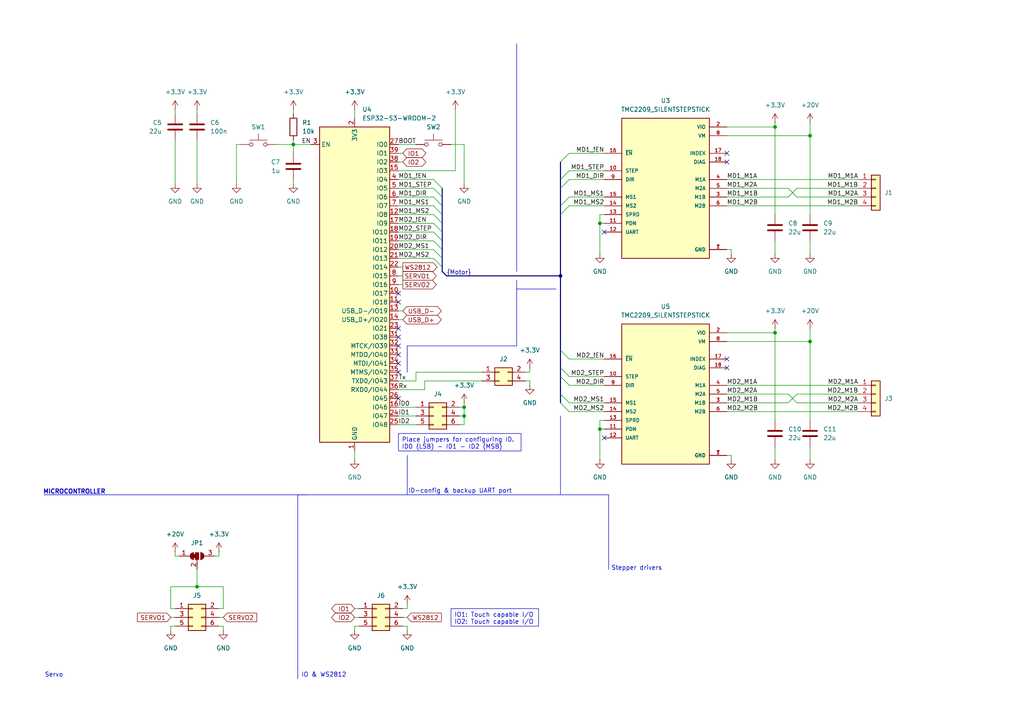
<source format=kicad_sch>
(kicad_sch (version 20231120) (generator "eeschema") (generator_version "8.0")
  (paper "A4")
  (title_block (title "Main Sheet") (date "2025-04-08") (rev "1.0") (comment 1 "Main sheet containing everything apart from the power supply") (comment 2 "Stepper drivers: TMC2209") (comment 3 "IO1 & IO2: Touch input capable pins. For run-out and \"saw-stop\"") (comment 4 "WS2812: Output for WS2812 LEDs") (comment 5 "Servo: Servo outputs. Configurable for 20V and 3V3 servos") (comment 6 "ID: ID for configuring device ID. "))
  (lib_symbols
    (symbol "Connector_Generic:Conn_01x04" (pin_names (offset 1.016) hide)
      (property "Reference" "J" (at 0 5.08 0))
      (property "Value" "Conn_01x04" (at 0 -7.62 0))
      (symbol "Conn_01x04_1_1"
        (rectangle (start -1.27 -4.953) (end 0 -5.207) (stroke (width 0.1524)))
        (rectangle (start -1.27 -2.413) (end 0 -2.667) (stroke (width 0.1524)))
        (rectangle (start -1.27 0.127) (end 0 -0.127) (stroke (width 0.1524)))
        (rectangle (start -1.27 2.667) (end 0 2.413) (stroke (width 0.1524)))
        (rectangle (start -1.27 3.81) (end 1.27 -6.35) (stroke (width 0.254)) (fill (type background)))
        (pin passive line (at -5.08 2.54 0) (length 3.81) (name "Pin_1") (number "1"))
        (pin passive line (at -5.08 0 0) (length 3.81) (name "Pin_2") (number "2"))
        (pin passive line (at -5.08 -2.54 0) (length 3.81) (name "Pin_3") (number "3"))
        (pin passive line (at -5.08 -5.08 0) (length 3.81) (name "Pin_4") (number "4"))
      )
    )
    (symbol "Connector_Generic:Conn_02x02_Odd_Even" (pin_names (offset 1.016) hide)
      (property "Reference" "J" (at 1.27 2.54 0))
      (property "Value" "Conn_02x02_Odd_Even" (at 1.27 -5.08 0))
      (symbol "Conn_02x02_Odd_Even_1_1"
        (rectangle (start -1.27 -2.413) (end 0 -2.667) (stroke (width 0.1524)))
        (rectangle (start -1.27 0.127) (end 0 -0.127) (stroke (width 0.1524)))
        (rectangle (start -1.27 1.27) (end 3.81 -3.81) (stroke (width 0.254)) (fill (type background)))
        (rectangle (start 3.81 -2.413) (end 2.54 -2.667) (stroke (width 0.1524)))
        (rectangle (start 3.81 0.127) (end 2.54 -0.127) (stroke (width 0.1524)))
        (pin passive line (at -5.08 0 0) (length 3.81) (name "Pin_1") (number "1"))
        (pin passive line (at 7.62 0 180) (length 3.81) (name "Pin_2") (number "2"))
        (pin passive line (at -5.08 -2.54 0) (length 3.81) (name "Pin_3") (number "3"))
        (pin passive line (at 7.62 -2.54 180) (length 3.81) (name "Pin_4") (number "4"))
      )
    )
    (symbol "Connector_Generic:Conn_02x03_Odd_Even" (pin_names (offset 1.016) hide)
      (property "Reference" "J" (at 1.27 5.08 0))
      (property "Value" "Conn_02x03_Odd_Even" (at 1.27 -5.08 0))
      (symbol "Conn_02x03_Odd_Even_1_1"
        (rectangle (start -1.27 -2.413) (end 0 -2.667) (stroke (width 0.1524)))
        (rectangle (start -1.27 0.127) (end 0 -0.127) (stroke (width 0.1524)))
        (rectangle (start -1.27 2.667) (end 0 2.413) (stroke (width 0.1524)))
        (rectangle (start -1.27 3.81) (end 3.81 -3.81) (stroke (width 0.254)) (fill (type background)))
        (rectangle (start 3.81 -2.413) (end 2.54 -2.667) (stroke (width 0.1524)))
        (rectangle (start 3.81 0.127) (end 2.54 -0.127) (stroke (width 0.1524)))
        (rectangle (start 3.81 2.667) (end 2.54 2.413) (stroke (width 0.1524)))
        (pin passive line (at -5.08 2.54 0) (length 3.81) (name "Pin_1") (number "1"))
        (pin passive line (at 7.62 2.54 180) (length 3.81) (name "Pin_2") (number "2"))
        (pin passive line (at -5.08 0 0) (length 3.81) (name "Pin_3") (number "3"))
        (pin passive line (at 7.62 0 180) (length 3.81) (name "Pin_4") (number "4"))
        (pin passive line (at -5.08 -2.54 0) (length 3.81) (name "Pin_5") (number "5"))
        (pin passive line (at 7.62 -2.54 180) (length 3.81) (name "Pin_6") (number "6"))
      )
    )
    (symbol "Device:C" (pin_numbers hide) (pin_names (offset 0.254))
      (property "Reference" "C" (at 0.635 2.54 0))
      (property "Value" "C" (at 0.635 -2.54 0))
      (symbol "C_0_1"
        (polyline (pts (xy -2.032 -0.762) (xy 2.032 -0.762)) (stroke (width 0.508)))
        (polyline (pts (xy -2.032 0.762) (xy 2.032 0.762)) (stroke (width 0.508)))
      )
      (symbol "C_1_1"
        (pin passive line (at 0 3.81 270) (length 2.794) (name "~") (number "1"))
        (pin passive line (at 0 -3.81 90) (length 2.794) (name "~") (number "2"))
      )
    )
    (symbol "Device:R" (pin_numbers hide) (pin_names (offset 0))
      (property "Reference" "R" (at 2.032 0 90))
      (property "Value" "R" (at 0 0 90))
      (symbol "R_0_1"
        (rectangle (start -1.016 -2.54) (end 1.016 2.54) (stroke (width 0.254)))
      )
      (symbol "R_1_1"
        (pin passive line (at 0 3.81 270) (length 1.27) (name "~") (number "1"))
        (pin passive line (at 0 -3.81 90) (length 1.27) (name "~") (number "2"))
      )
    )
    (symbol "Jumper:SolderJumper_3_Bridged12" (pin_names (offset 0) hide) (exclude_from_sim yes) (in_bom no)
      (property "Reference" "JP" (at -2.54 -2.54 0))
      (property "Value" "SolderJumper_3_Bridged12" (at 0 2.794 0))
      (symbol "SolderJumper_3_Bridged12_0_1"
        (rectangle (start -1.016 0.508) (end -0.508 -0.508) (fill (type outline)))
        (arc (start -1.016 1.016) (mid -2.0276 0) (end -1.016 -1.016))
        (arc (start -1.016 1.016) (mid -2.0276 0) (end -1.016 -1.016) (fill (type outline)))
        (rectangle (start -0.508 1.016) (end 0.508 -1.016) (fill (type outline)))
        (polyline (pts (xy -2.54 0) (xy -2.032 0)))
        (polyline (pts (xy -1.016 1.016) (xy -1.016 -1.016)))
        (polyline (pts (xy 0 -1.27) (xy 0 -1.016)))
        (polyline (pts (xy 1.016 1.016) (xy 1.016 -1.016)))
        (polyline (pts (xy 2.54 0) (xy 2.032 0)))
        (arc (start 1.016 -1.016) (mid 2.0276 0) (end 1.016 1.016))
        (arc (start 1.016 -1.016) (mid 2.0276 0) (end 1.016 1.016) (fill (type outline)))
      )
      (symbol "SolderJumper_3_Bridged12_1_1"
        (pin passive line (at -5.08 0 0) (length 2.54) (name "A") (number "1"))
        (pin passive line (at 0 -3.81 90) (length 2.54) (name "C") (number "2"))
        (pin passive line (at 5.08 0 180) (length 2.54) (name "B") (number "3"))
      )
    )
    (symbol "RF_Module:ESP32-S3-WROOM-2"
      (property "Reference" "U" (at -10.16 45.72 0))
      (property "Value" "ESP32-S3-WROOM-2" (at 2.54 45.72 0))
      (symbol "ESP32-S3-WROOM-2_0_1"
        (rectangle (start -10.16 45.72) (end 10.16 -45.72) (stroke (width 0.254)) (fill (type background)))
      )
      (symbol "ESP32-S3-WROOM-2_1_1"
        (pin power_in line (at 0 -48.26 90) (length 2.54) (name "GND") (number "1"))
        (pin bidirectional line (at 12.7 -2.54 180) (length 2.54) (name "IO17") (number "10"))
        (pin bidirectional line (at 12.7 -5.08 180) (length 2.54) (name "IO18") (number "11"))
        (pin bidirectional line (at 12.7 20.32 180) (length 2.54) (name "IO8") (number "12"))
        (pin bidirectional line (at 12.7 -7.62 180) (length 2.54) (name "USB_D-/IO19") (number "13"))
        (pin bidirectional line (at 12.7 -10.16 180) (length 2.54) (name "USB_D+/IO20") (number "14"))
        (pin bidirectional line (at 12.7 33.02 180) (length 2.54) (name "IO3") (number "15"))
        (pin bidirectional line (at 12.7 -35.56 180) (length 2.54) (name "IO46") (number "16"))
        (pin bidirectional line (at 12.7 17.78 180) (length 2.54) (name "IO9") (number "17"))
        (pin bidirectional line (at 12.7 15.24 180) (length 2.54) (name "IO10") (number "18"))
        (pin bidirectional line (at 12.7 12.7 180) (length 2.54) (name "IO11") (number "19"))
        (pin power_in line (at 0 48.26 270) (length 2.54) (name "3V3") (number "2"))
        (pin bidirectional line (at 12.7 10.16 180) (length 2.54) (name "IO12") (number "20"))
        (pin bidirectional line (at 12.7 7.62 180) (length 2.54) (name "IO13") (number "21"))
        (pin bidirectional line (at 12.7 5.08 180) (length 2.54) (name "IO14") (number "22"))
        (pin bidirectional line (at 12.7 -12.7 180) (length 2.54) (name "IO21") (number "23"))
        (pin bidirectional line (at 12.7 -38.1 180) (length 2.54) (name "IO47") (number "24"))
        (pin bidirectional line (at 12.7 -40.64 180) (length 2.54) (name "IO48") (number "25"))
        (pin bidirectional line (at 12.7 -33.02 180) (length 2.54) (name "IO45") (number "26"))
        (pin bidirectional line (at 12.7 40.64 180) (length 2.54) (name "IO0") (number "27"))
        (pin no_connect line (at -10.16 -35.56 0) (length 2.54) hide (name "NC") (number "28"))
        (pin no_connect line (at -10.16 -38.1 0) (length 2.54) hide (name "NC") (number "29"))
        (pin input line (at -12.7 40.64 0) (length 2.54) (name "EN") (number "3"))
        (pin no_connect line (at -10.16 -40.64 0) (length 2.54) hide (name "NC") (number "30"))
        (pin bidirectional line (at 12.7 -15.24 180) (length 2.54) (name "IO38") (number "31"))
        (pin bidirectional line (at 12.7 -17.78 180) (length 2.54) (name "MTCK/IO39") (number "32"))
        (pin bidirectional line (at 12.7 -20.32 180) (length 2.54) (name "MTDO/IO40") (number "33"))
        (pin bidirectional line (at 12.7 -22.86 180) (length 2.54) (name "MTDI/IO41") (number "34"))
        (pin bidirectional line (at 12.7 -25.4 180) (length 2.54) (name "MTMS/IO42") (number "35"))
        (pin bidirectional line (at 12.7 -30.48 180) (length 2.54) (name "RXD0/IO44") (number "36"))
        (pin bidirectional line (at 12.7 -27.94 180) (length 2.54) (name "TXD0/IO43") (number "37"))
        (pin bidirectional line (at 12.7 35.56 180) (length 2.54) (name "IO2") (number "38"))
        (pin bidirectional line (at 12.7 38.1 180) (length 2.54) (name "IO1") (number "39"))
        (pin bidirectional line (at 12.7 30.48 180) (length 2.54) (name "IO4") (number "4"))
        (pin passive line (at 0 -48.26 90) (length 2.54) hide (name "GND") (number "40"))
        (pin passive line (at 0 -48.26 90) (length 2.54) hide (name "GND") (number "41"))
        (pin bidirectional line (at 12.7 27.94 180) (length 2.54) (name "IO5") (number "5"))
        (pin bidirectional line (at 12.7 25.4 180) (length 2.54) (name "IO6") (number "6"))
        (pin bidirectional line (at 12.7 22.86 180) (length 2.54) (name "IO7") (number "7"))
        (pin bidirectional line (at 12.7 2.54 180) (length 2.54) (name "IO15") (number "8"))
        (pin bidirectional line (at 12.7 0 180) (length 2.54) (name "IO16") (number "9"))
      )
    )
    (symbol "Switch:SW_Push" (pin_numbers hide) (pin_names (offset 1.016) hide)
      (property "Reference" "SW" (at 1.27 2.54 0))
      (property "Value" "SW_Push" (at 0 -1.524 0))
      (symbol "SW_Push_0_1"
        (circle (center -2.032 0) (radius 0.508))
        (polyline (pts (xy 0 1.27) (xy 0 3.048)))
        (polyline (pts (xy 2.54 1.27) (xy -2.54 1.27)))
        (circle (center 2.032 0) (radius 0.508))
        (pin passive line (at -5.08 0 0) (length 2.54) (name "1") (number "1"))
        (pin passive line (at 5.08 0 180) (length 2.54) (name "2") (number "2"))
      )
    )
    (symbol "TMC2209_SILENTSTEPSTICK:TMC2209_SILENTSTEPSTICK" (pin_names (offset 1.016))
      (property "Reference" "U" (at -12.7 22.86 0))
      (property "Value" "TMC2209_SILENTSTEPSTICK" (at -12.7 -22.86 0))
      (symbol "TMC2209_SILENTSTEPSTICK_0_0"
        (rectangle (start -12.7 -20.32) (end 12.7 20.32) (stroke (width 0.254)) (fill (type background)))
        (pin power_in line (at 17.78 -17.78 180) (length 5.08) (name "GND") (number "1"))
        (pin input line (at -17.78 5.08 0) (length 5.08) (name "STEP") (number "10"))
        (pin bidirectional line (at -17.78 -10.16 0) (length 5.08) (name "PDN") (number "11"))
        (pin bidirectional line (at -17.78 -12.7 0) (length 5.08) (name "UART") (number "12"))
        (pin input line (at -17.78 -7.62 0) (length 5.08) (name "SPRD") (number "13"))
        (pin input line (at -17.78 -5.08 0) (length 5.08) (name "MS2") (number "14"))
        (pin input line (at -17.78 -2.54 0) (length 5.08) (name "MS1") (number "15"))
        (pin input line (at -17.78 10.16 0) (length 5.08) (name "~{EN}") (number "16"))
        (pin output line (at 17.78 10.16 180) (length 5.08) (name "INDEX") (number "17"))
        (pin output line (at 17.78 7.62 180) (length 5.08) (name "DIAG") (number "18"))
        (pin power_in line (at 17.78 17.78 180) (length 5.08) (name "VIO") (number "2"))
        (pin output line (at 17.78 -2.54 180) (length 5.08) (name "M1B") (number "3"))
        (pin output line (at 17.78 2.54 180) (length 5.08) (name "M1A") (number "4"))
        (pin output line (at 17.78 0 180) (length 5.08) (name "M2A") (number "5"))
        (pin output line (at 17.78 -5.08 180) (length 5.08) (name "M2B") (number "6"))
        (pin power_in line (at 17.78 -17.78 180) (length 5.08) (name "GND") (number "7"))
        (pin power_in line (at 17.78 15.24 180) (length 5.08) (name "VM") (number "8"))
        (pin input line (at -17.78 2.54 0) (length 5.08) (name "DIR") (number "9"))
      )
    )
    (symbol "power:+3.3V" (power) (pin_numbers hide) (pin_names (offset 0) hide)
      (property "Value" "+3.3V" (at 0 3.556 0))
      (symbol "+3.3V_0_1"
        (polyline (pts (xy -0.762 1.27) (xy 0 2.54)))
        (polyline (pts (xy 0 0) (xy 0 2.54)))
        (polyline (pts (xy 0 2.54) (xy 0.762 1.27)))
      )
      (symbol "+3.3V_1_1"
        (pin power_in line (at 0 0 90) (length 0) (name "~") (number "1"))
      )
    )
    (symbol "power:GND" (power) (pin_numbers hide) (pin_names (offset 0) hide)
      (property "Value" "GND" (at 0 -3.81 0))
      (symbol "GND_0_1"
        (polyline (pts (xy 0 0) (xy 0 -1.27) (xy 1.27 -1.27) (xy 0 -2.54) (xy -1.27 -1.27) (xy 0 -1.27)))
      )
      (symbol "GND_1_1"
        (pin power_in line (at 0 0 270) (length 0) (name "~") (number "1"))
      )
    )
    (symbol "power:VCC" (power) (pin_numbers hide) (pin_names (offset 0) hide)
      (property "Value" "VCC" (at 0 3.556 0))
      (symbol "VCC_0_1"
        (polyline (pts (xy -0.762 1.27) (xy 0 2.54)))
        (polyline (pts (xy 0 0) (xy 0 2.54)))
        (polyline (pts (xy 0 2.54) (xy 0.762 1.27)))
      )
      (symbol "VCC_1_1"
        (pin power_in line (at 0 0 90) (length 0) (name "~") (number "1"))
      )
    )
  )
  (bus_alias "Motor" (members "MD1_!EN" "MD1_STEP" "MD1_DIR" "MD1_MS1" "MD1_MS2" "MD2_!EN" "MD2_STEP" "MD2_DIR" "MD2_MS1" "MD2_MS2"))
  (junction (at 162.56 80.01))
  (junction (at 224.79 36.83))
  (junction (at 173.99 124.46))
  (junction (at 173.99 64.77))
  (junction (at 234.95 39.37))
  (junction (at 57.15 170.18))
  (junction (at 134.62 120.65))
  (junction (at 224.79 96.52))
  (junction (at 134.62 118.11))
  (junction (at 234.95 99.06))
  (junction (at 85.09 41.91))
  (no_connect (at 210.82 44.45))
  (no_connect (at 115.57 87.63))
  (no_connect (at 115.57 107.95))
  (no_connect (at 115.57 115.57))
  (no_connect (at 210.82 106.68))
  (no_connect (at 210.82 104.14))
  (no_connect (at 115.57 100.33))
  (no_connect (at 210.82 46.99))
  (no_connect (at 115.57 95.25))
  (no_connect (at 115.57 102.87))
  (no_connect (at 175.26 127))
  (no_connect (at 115.57 97.79))
  (no_connect (at 115.57 105.41))
  (no_connect (at 175.26 67.31))
  (no_connect (at 115.57 85.09))
  (bus_entry (at 125.73 67.31) (size 2.54 2.54))
  (bus_entry (at 125.73 64.77) (size 2.54 2.54))
  (bus_entry (at 165.1 104.14) (size -2.54 -2.54))
  (bus_entry (at 125.73 74.93) (size 2.54 2.54))
  (bus_entry (at 125.73 62.23) (size 2.54 2.54))
  (bus_entry (at 162.56 52.07) (size 2.54 -2.54))
  (bus_entry (at 125.73 57.15) (size 2.54 2.54))
  (bus_entry (at 125.73 69.85) (size 2.54 2.54))
  (bus_entry (at 165.1 109.22) (size -2.54 -2.54))
  (bus_entry (at 125.73 59.69) (size 2.54 2.54))
  (bus_entry (at 165.1 111.76) (size -2.54 -2.54))
  (bus_entry (at 162.56 59.69) (size 2.54 -2.54))
  (bus_entry (at 162.56 54.61) (size 2.54 -2.54))
  (bus_entry (at 125.73 52.07) (size 2.54 2.54))
  (bus_entry (at 165.1 119.38) (size -2.54 -2.54))
  (bus_entry (at 125.73 72.39) (size 2.54 2.54))
  (bus_entry (at 162.56 46.99) (size 2.54 -2.54))
  (bus_entry (at 165.1 116.84) (size -2.54 -2.54))
  (bus_entry (at 125.73 54.61) (size 2.54 2.54))
  (bus_entry (at 162.56 62.23) (size 2.54 -2.54))
  (wire (pts (xy 231.14 57.15) (xy 228.6 54.61)))
  (wire (pts (xy 210.82 52.07) (xy 248.92 52.07)))
  (wire (pts (xy 231.14 54.61) (xy 248.92 54.61)))
  (wire (pts (xy 50.8 161.29) (xy 50.8 160.02)))
  (bus (pts (xy 128.27 54.61) (xy 128.27 57.15)))
  (bus (pts (xy 128.27 67.31) (xy 128.27 69.85)))
  (wire (pts (xy 120.65 107.95) (xy 139.7 107.95)))
  (wire (pts (xy 50.8 40.64) (xy 50.8 53.34)))
  (wire (pts (xy 234.95 39.37) (xy 234.95 62.23)))
  (wire (pts (xy 165.1 104.14) (xy 175.26 104.14)))
  (wire (pts (xy 134.62 120.65) (xy 134.62 118.11)))
  (wire (pts (xy 102.87 181.61) (xy 104.14 181.61)))
  (wire (pts (xy 210.82 39.37) (xy 234.95 39.37)))
  (wire (pts (xy 210.82 57.15) (xy 228.6 57.15)))
  (wire (pts (xy 115.57 90.17) (xy 116.84 90.17)))
  (wire (pts (xy 165.1 44.45) (xy 175.26 44.45)))
  (wire (pts (xy 118.11 176.53) (xy 118.11 175.26)))
  (wire (pts (xy 210.82 36.83) (xy 224.79 36.83)))
  (wire (pts (xy 231.14 116.84) (xy 248.92 116.84)))
  (wire (pts (xy 212.09 72.39) (xy 212.09 73.66)))
  (wire (pts (xy 80.01 41.91) (xy 85.09 41.91)))
  (wire (pts (xy 224.79 96.52) (xy 224.79 121.92)))
  (wire (pts (xy 85.09 41.91) (xy 90.17 41.91)))
  (wire (pts (xy 133.35 118.11) (xy 134.62 118.11)))
  (polyline (pts (xy 149.86 12.7) (xy 149.86 78.74)))
  (wire (pts (xy 85.09 52.07) (xy 85.09 53.34)))
  (polyline (pts (xy 118.11 100.33) (xy 149.86 100.33)))
  (wire (pts (xy 132.08 49.53) (xy 132.08 31.75)))
  (wire (pts (xy 115.57 41.91) (xy 120.65 41.91)))
  (wire (pts (xy 102.87 182.88) (xy 102.87 181.61)))
  (wire (pts (xy 231.14 114.3) (xy 248.92 114.3)))
  (wire (pts (xy 231.14 114.3) (xy 228.6 116.84)))
  (wire (pts (xy 173.99 64.77) (xy 173.99 73.66)))
  (wire (pts (xy 62.23 161.29) (xy 63.5 161.29)))
  (wire (pts (xy 210.82 96.52) (xy 224.79 96.52)))
  (polyline (pts (xy 118.11 132.08) (xy 118.11 143.51)))
  (wire (pts (xy 115.57 46.99) (xy 116.84 46.99)))
  (wire (pts (xy 224.79 36.83) (xy 224.79 62.23)))
  (bus (pts (xy 162.56 46.99) (xy 162.56 52.07)))
  (wire (pts (xy 64.77 181.61) (xy 63.5 181.61)))
  (bus (pts (xy 162.56 101.6) (xy 162.56 106.68)))
  (wire (pts (xy 224.79 96.52) (xy 224.79 95.25)))
  (wire (pts (xy 115.57 118.11) (xy 120.65 118.11)))
  (wire (pts (xy 173.99 64.77) (xy 175.26 64.77)))
  (wire (pts (xy 210.82 72.39) (xy 212.09 72.39)))
  (wire (pts (xy 175.26 121.92) (xy 173.99 121.92)))
  (bus (pts (xy 162.56 114.3) (xy 162.56 116.84)))
  (wire (pts (xy 234.95 129.54) (xy 234.95 133.35)))
  (wire (pts (xy 228.6 114.3) (xy 231.14 116.84)))
  (wire (pts (xy 165.1 116.84) (xy 175.26 116.84)))
  (wire (pts (xy 234.95 99.06) (xy 234.95 121.92)))
  (wire (pts (xy 49.53 170.18) (xy 57.15 170.18)))
  (polyline (pts (xy 118.11 143.51) (xy 176.53 143.51)))
  (wire (pts (xy 115.57 52.07) (xy 125.73 52.07)))
  (wire (pts (xy 133.35 120.65) (xy 134.62 120.65)))
  (wire (pts (xy 224.79 129.54) (xy 224.79 133.35)))
  (wire (pts (xy 133.35 123.19) (xy 134.62 123.19)))
  (bus (pts (xy 128.27 74.93) (xy 128.27 77.47)))
  (wire (pts (xy 228.6 57.15) (xy 231.14 54.61)))
  (wire (pts (xy 210.82 59.69) (xy 248.92 59.69)))
  (polyline (pts (xy 86.36 143.51) (xy 86.36 196.85)))
  (wire (pts (xy 115.57 113.03) (xy 123.19 113.03)))
  (wire (pts (xy 234.95 39.37) (xy 234.95 35.56)))
  (bus (pts (xy 128.27 57.15) (xy 128.27 59.69)))
  (wire (pts (xy 165.1 109.22) (xy 175.26 109.22)))
  (wire (pts (xy 115.57 77.47) (xy 116.84 77.47)))
  (wire (pts (xy 115.57 74.93) (xy 125.73 74.93)))
  (bus (pts (xy 162.56 59.69) (xy 162.56 62.23)))
  (wire (pts (xy 173.99 124.46) (xy 173.99 133.35)))
  (bus (pts (xy 128.27 69.85) (xy 128.27 72.39)))
  (bus (pts (xy 128.27 77.47) (xy 128.27 78.74)))
  (wire (pts (xy 231.14 57.15) (xy 248.92 57.15)))
  (wire (pts (xy 115.57 82.55) (xy 116.84 82.55)))
  (wire (pts (xy 52.07 161.29) (xy 50.8 161.29)))
  (polyline (pts (xy 162.56 120.65) (xy 162.56 143.51)))
  (wire (pts (xy 116.84 176.53) (xy 118.11 176.53)))
  (bus (pts (xy 162.56 80.01) (xy 162.56 101.6)))
  (wire (pts (xy 173.99 124.46) (xy 175.26 124.46)))
  (wire (pts (xy 234.95 69.85) (xy 234.95 73.66)))
  (wire (pts (xy 115.57 69.85) (xy 125.73 69.85)))
  (bus (pts (xy 162.56 106.68) (xy 162.56 109.22)))
  (wire (pts (xy 210.82 99.06) (xy 234.95 99.06)))
  (wire (pts (xy 165.1 52.07) (xy 175.26 52.07)))
  (wire (pts (xy 115.57 110.49) (xy 120.65 110.49)))
  (wire (pts (xy 63.5 176.53) (xy 64.77 176.53)))
  (wire (pts (xy 152.4 110.49) (xy 153.67 110.49)))
  (wire (pts (xy 49.53 181.61) (xy 50.8 181.61)))
  (wire (pts (xy 49.53 176.53) (xy 49.53 170.18)))
  (wire (pts (xy 224.79 36.83) (xy 224.79 35.56)))
  (wire (pts (xy 85.09 41.91) (xy 85.09 44.45)))
  (wire (pts (xy 102.87 179.07) (xy 104.14 179.07)))
  (wire (pts (xy 210.82 116.84) (xy 228.6 116.84)))
  (wire (pts (xy 115.57 120.65) (xy 120.65 120.65)))
  (wire (pts (xy 102.87 176.53) (xy 104.14 176.53)))
  (bus (pts (xy 129.54 80.01) (xy 162.56 80.01)))
  (wire (pts (xy 115.57 67.31) (xy 125.73 67.31)))
  (wire (pts (xy 115.57 62.23) (xy 125.73 62.23)))
  (bus (pts (xy 128.27 62.23) (xy 128.27 64.77)))
  (wire (pts (xy 134.62 41.91) (xy 134.62 53.34)))
  (wire (pts (xy 68.58 41.91) (xy 69.85 41.91)))
  (wire (pts (xy 50.8 31.75) (xy 50.8 33.02)))
  (wire (pts (xy 64.77 170.18) (xy 57.15 170.18)))
  (wire (pts (xy 115.57 64.77) (xy 125.73 64.77)))
  (wire (pts (xy 130.81 41.91) (xy 134.62 41.91)))
  (wire (pts (xy 153.67 110.49) (xy 153.67 111.76)))
  (bus (pts (xy 128.27 72.39) (xy 128.27 74.93)))
  (wire (pts (xy 115.57 72.39) (xy 125.73 72.39)))
  (wire (pts (xy 57.15 31.75) (xy 57.15 33.02)))
  (wire (pts (xy 210.82 119.38) (xy 248.92 119.38)))
  (wire (pts (xy 210.82 114.3) (xy 228.6 114.3)))
  (wire (pts (xy 165.1 119.38) (xy 175.26 119.38)))
  (wire (pts (xy 153.67 107.95) (xy 153.67 106.68)))
  (wire (pts (xy 210.82 111.76) (xy 248.92 111.76)))
  (wire (pts (xy 115.57 57.15) (xy 125.73 57.15)))
  (wire (pts (xy 165.1 49.53) (xy 175.26 49.53)))
  (bus (pts (xy 162.56 62.23) (xy 162.56 80.01)))
  (wire (pts (xy 115.57 44.45) (xy 116.84 44.45)))
  (wire (pts (xy 116.84 181.61) (xy 118.11 181.61)))
  (wire (pts (xy 57.15 40.64) (xy 57.15 53.34)))
  (wire (pts (xy 234.95 99.06) (xy 234.95 95.25)))
  (wire (pts (xy 118.11 181.61) (xy 118.11 182.88)))
  (wire (pts (xy 173.99 121.92) (xy 173.99 124.46)))
  (wire (pts (xy 102.87 130.81) (xy 102.87 133.35)))
  (wire (pts (xy 115.57 123.19) (xy 120.65 123.19)))
  (wire (pts (xy 123.19 110.49) (xy 139.7 110.49)))
  (bus (pts (xy 162.56 109.22) (xy 162.56 114.3)))
  (wire (pts (xy 210.82 132.08) (xy 212.09 132.08)))
  (polyline (pts (xy 176.53 143.51) (xy 176.53 165.1)))
  (wire (pts (xy 173.99 62.23) (xy 173.99 64.77)))
  (bus (pts (xy 162.56 54.61) (xy 162.56 59.69)))
  (wire (pts (xy 63.5 179.07) (xy 64.77 179.07)))
  (wire (pts (xy 224.79 69.85) (xy 224.79 73.66)))
  (wire (pts (xy 116.84 179.07) (xy 118.11 179.07)))
  (wire (pts (xy 165.1 57.15) (xy 175.26 57.15)))
  (wire (pts (xy 68.58 53.34) (xy 68.58 41.91)))
  (wire (pts (xy 57.15 170.18) (xy 57.15 165.1)))
  (wire (pts (xy 120.65 110.49) (xy 120.65 107.95)))
  (wire (pts (xy 85.09 31.75) (xy 85.09 33.02)))
  (wire (pts (xy 115.57 54.61) (xy 125.73 54.61)))
  (wire (pts (xy 210.82 54.61) (xy 228.6 54.61)))
  (wire (pts (xy 134.62 123.19) (xy 134.62 120.65)))
  (polyline (pts (xy 86.36 143.51) (xy 88.9 143.51)))
  (wire (pts (xy 50.8 176.53) (xy 49.53 176.53)))
  (wire (pts (xy 152.4 107.95) (xy 153.67 107.95)))
  (wire (pts (xy 123.19 113.03) (xy 123.19 110.49)))
  (bus (pts (xy 128.27 64.77) (xy 128.27 67.31)))
  (wire (pts (xy 102.87 31.75) (xy 102.87 34.29)))
  (wire (pts (xy 64.77 176.53) (xy 64.77 170.18)))
  (wire (pts (xy 49.53 182.88) (xy 49.53 181.61)))
  (polyline (pts (xy 149.86 81.28) (xy 149.86 100.33)))
  (polyline (pts (xy 149.86 83.82) (xy 161.29 83.82)))
  (wire (pts (xy 63.5 161.29) (xy 63.5 160.02)))
  (bus (pts (xy 162.56 52.07) (xy 162.56 54.61)))
  (wire (pts (xy 212.09 132.08) (xy 212.09 133.35)))
  (wire (pts (xy 115.57 80.01) (xy 116.84 80.01)))
  (wire (pts (xy 49.53 179.07) (xy 50.8 179.07)))
  (bus (pts (xy 128.27 59.69) (xy 128.27 62.23)))
  (wire (pts (xy 115.57 49.53) (xy 132.08 49.53)))
  (polyline (pts (xy 118.11 100.33) (xy 118.11 107.95)))
  (wire (pts (xy 134.62 118.11) (xy 134.62 116.84)))
  (wire (pts (xy 175.26 62.23) (xy 173.99 62.23)))
  (wire (pts (xy 165.1 111.76) (xy 175.26 111.76)))
  (wire (pts (xy 115.57 92.71) (xy 116.84 92.71)))
  (polyline (pts (xy 12.7 143.51) (xy 118.11 143.51)))
  (wire (pts (xy 85.09 40.64) (xy 85.09 41.91)))
  (wire (pts (xy 115.57 59.69) (xy 125.73 59.69)))
  (wire (pts (xy 64.77 182.88) (xy 64.77 181.61)))
  (wire (pts (xy 165.1 59.69) (xy 175.26 59.69)))
  (bus (pts (xy 128.27 78.74) (xy 129.54 80.01)))
  (text_box "IO1: Touch capable I/O\nIO2: Touch capable I/O" (at 130.81 176.53 0) (size 25.4 5.08) (effects (font (size 1.27 1.27)) (justify left top)))
  (text_box "Place jumpers for configuring ID. \nID0 (LSB) - ID1 - ID2 (MSB)" (at 115.57 125.73 0) (size 35.56 5.08) (effects (font (size 1.27 1.27)) (justify left top)))
  (text "IO & WS2812" (at 87.376 195.834 0) (effects (font (size 1.27 1.27)) (justify left)))
  (text "Stepper drivers" (at 177.292 164.846 0) (effects (font (size 1.27 1.27)) (justify left)))
  (text "Servo" (at 12.954 195.834 0) (effects (font (size 1.27 1.27)) (justify left)))
  (text "ID-config & backup UART port" (at 118.364 142.494 0) (effects (font (size 1.27 1.27)) (justify left)))
  (text "MICROCONTROLLER" (at 12.446 142.748 0) (effects (font (size 1.27 1.27) (thickness 0.254) (bold yes)) (justify left)))
  (label "MD2_!EN" (at 115.57 64.77 0))
  (label "MD2_MS2" (at 175.26 119.38 180))
  (label "MD1_!EN" (at 115.57 52.07 0))
  (label "MD2_DIR" (at 175.26 111.76 180))
  (label "MD1_DIR" (at 175.26 52.07 180))
  (label "MD2_M2A" (at 248.92 116.84 180))
  (label "MD2_M2B" (at 248.92 119.38 180))
  (label "MD1_M2B" (at 210.82 59.69 0))
  (label "MD1_MS1" (at 115.57 59.69 0))
  (label "{Motor}" (at 129.54 80.01 0))
  (label "MD1_DIR" (at 115.57 57.15 0))
  (label "Tx" (at 115.57 110.49 0))
  (label "MD2_MS1" (at 115.57 72.39 0))
  (label "MD2_M1B" (at 210.82 116.84 0))
  (label "MD1_M1A" (at 210.82 52.07 0))
  (label "EN" (at 90.17 41.91 180))
  (label "MD1_M2B" (at 248.92 59.69 180))
  (label "MD2_!EN" (at 175.26 104.14 180))
  (label "MD1_MS2" (at 115.57 62.23 0))
  (label "BOOT" (at 115.57 41.91 0))
  (label "MD1_MS2" (at 175.26 59.69 180))
  (label "MD2_MS1" (at 175.26 116.84 180))
  (label "MD1_M1B" (at 210.82 57.15 0))
  (label "MD2_M2A" (at 210.82 114.3 0))
  (label "MD1_M1B" (at 248.92 54.61 180))
  (label "MD2_M1A" (at 210.82 111.76 0))
  (label "MD1_STEP" (at 115.57 54.61 0))
  (label "ID2" (at 115.57 123.19 0))
  (label "MD1_!EN" (at 175.26 44.45 180))
  (label "ID0" (at 115.57 118.11 0))
  (label "MD1_STEP" (at 175.26 49.53 180))
  (label "MD1_M1A" (at 248.92 52.07 180))
  (label "MD1_M2A" (at 248.92 57.15 180))
  (label "MD1_MS1" (at 175.26 57.15 180))
  (label "MD2_MS2" (at 115.57 74.93 0))
  (label "MD2_DIR" (at 115.57 69.85 0))
  (label "MD2_M1A" (at 248.92 111.76 180))
  (label "ID1" (at 115.57 120.65 0))
  (label "Rx" (at 115.57 113.03 0))
  (label "MD2_M2B" (at 210.82 119.38 0))
  (label "MD2_STEP" (at 175.26 109.22 180))
  (label "MD2_M1B" (at 248.92 114.3 180))
  (label "MD2_STEP" (at 115.57 67.31 0))
  (label "MD1_M2A" (at 210.82 54.61 0))
  (global_label "USB_D+" (shape bidirectional) (at 116.84 92.71 0) (property "Intersheetrefs" "${INTERSHEET_REFS}" (effects (hide yes))))
  (global_label "USB_D-" (shape bidirectional) (at 116.84 90.17 0) (property "Intersheetrefs" "${INTERSHEET_REFS}" (effects (hide yes))))
  (global_label "IO2" (shape bidirectional) (at 102.87 179.07 180) (property "Intersheetrefs" "${INTERSHEET_REFS}" (effects (hide yes))))
  (global_label "SERVO2" (shape output) (at 116.84 82.55 0) (property "Intersheetrefs" "${INTERSHEET_REFS}" (effects (hide yes))))
  (global_label "WS2812" (shape output) (at 116.84 77.47 0) (property "Intersheetrefs" "${INTERSHEET_REFS}" (effects (hide yes))))
  (global_label "SERVO2" (shape input) (at 64.77 179.07 0) (property "Intersheetrefs" "${INTERSHEET_REFS}" (effects (hide yes))))
  (global_label "IO1" (shape bidirectional) (at 102.87 176.53 180) (property "Intersheetrefs" "${INTERSHEET_REFS}" (effects (hide yes))))
  (global_label "SERVO1" (shape input) (at 49.53 179.07 180) (property "Intersheetrefs" "${INTERSHEET_REFS}" (effects (hide yes))))
  (global_label "IO2" (shape bidirectional) (at 116.84 46.99 0) (property "Intersheetrefs" "${INTERSHEET_REFS}" (effects (hide yes))))
  (global_label "SERVO1" (shape output) (at 116.84 80.01 0) (property "Intersheetrefs" "${INTERSHEET_REFS}" (effects (hide yes))))
  (global_label "IO1" (shape bidirectional) (at 116.84 44.45 0) (property "Intersheetrefs" "${INTERSHEET_REFS}" (effects (hide yes))))
  (global_label "WS2812" (shape input) (at 118.11 179.07 0) (property "Intersheetrefs" "${INTERSHEET_REFS}" (effects (hide yes))))
  (symbol (lib_id "power:VCC") (at 234.95 35.56 0) (unit 1)
    (property "Reference" "#PWR017" (effects (hide yes)))
    (property "Value" "+20V" (at 234.95 30.48 0))
    (property "Description" "Power symbol creates a global label with name \"VCC\"" (effects (hide yes)))
  )
  (symbol (lib_id "TMC2209_SILENTSTEPSTICK:TMC2209_SILENTSTEPSTICK") (at 193.04 114.3 0) (unit 1)
    (property "Reference" "U5" (at 193.04 88.9 0))
    (property "Value" "TMC2209_SILENTSTEPSTICK" (at 193.04 91.44 0))
    (property "Footprint" "TMC2209_Module:MODULE_TMC2209_SILENTSTEPSTICK" (effects (hide yes)))
    (property "MF" "Trinamic Motion Control GmbH" (effects (hide yes)))
    (property "Description_1" "\nTMC2209 Motor Controller/Driver Power Management Evaluation Board\n" (effects (hide yes)))
    (property "Package" "None" (effects (hide yes)))
    (property "Price" "None" (effects (hide yes)))
    (property "Check_prices" "https://www.snapeda.com/parts/TMC2209%20SILENTSTEPSTICK/Trinamic+Motion+Control+GmbH/view-part/?ref=eda" (effects (hide yes)))
    (property "STANDARD" "Manufacturer Recommendations" (effects (hide yes)))
    (property "PARTREV" "1.20" (effects (hide yes)))
    (property "SnapEDA_Link" "https://www.snapeda.com/parts/TMC2209%20SILENTSTEPSTICK/Trinamic+Motion+Control+GmbH/view-part/?ref=snap" (effects (hide yes)))
    (property "MP" "TMC2209 SILENTSTEPSTICK" (effects (hide yes)))
    (property "MANUFACTURER" "Trinamic Motion Control GmbH" (effects (hide yes)))
    (property "Availability" "In Stock" (effects (hide yes)))
    (property "SNAPEDA_PN" "TMC2209 SILENTSTEPSTICK" (effects (hide yes)))
  )
  (symbol (lib_id "power:+3.3V") (at 63.5 160.02 0) (unit 1)
    (property "Reference" "#PWR038" (effects (hide yes)))
    (property "Value" "+3.3V" (at 63.5 154.94 0))
    (property "Description" "Power symbol creates a global label with name \"+3.3V\"" (effects (hide yes)))
  )
  (symbol (lib_id "power:GND") (at 50.8 53.34 0) (unit 1)
    (property "Reference" "#PWR018" (effects (hide yes)))
    (property "Value" "GND" (at 50.8 58.42 0))
    (property "Description" "Power symbol creates a global label with name \"GND\" , ground" (effects (hide yes)))
  )
  (symbol (lib_id "power:GND") (at 118.11 182.88 0) (unit 1)
    (property "Reference" "#PWR043" (effects (hide yes)))
    (property "Value" "GND" (at 118.11 187.96 0))
    (property "Description" "Power symbol creates a global label with name \"GND\" , ground" (effects (hide yes)))
  )
  (symbol (lib_id "power:+3.3V") (at 50.8 31.75 0) (unit 1)
    (property "Reference" "#PWR011" (effects (hide yes)))
    (property "Value" "+3.3V" (at 50.8 26.67 0))
    (property "Description" "Power symbol creates a global label with name \"+3.3V\"" (effects (hide yes)))
  )
  (symbol (lib_id "power:GND") (at 102.87 133.35 0) (unit 1)
    (property "Reference" "#PWR032" (effects (hide yes)))
    (property "Value" "GND" (at 102.87 138.43 0))
    (property "Description" "Power symbol creates a global label with name \"GND\" , ground" (effects (hide yes)))
  )
  (symbol (lib_id "power:+3.3V") (at 134.62 116.84 0) (unit 1)
    (property "Reference" "#PWR031" (effects (hide yes)))
    (property "Value" "+3.3V" (at 134.62 111.76 0))
    (property "Description" "Power symbol creates a global label with name \"+3.3V\"" (effects (hide yes)))
  )
  (symbol (lib_id "power:+3.3V") (at 85.09 31.75 0) (unit 1)
    (property "Reference" "#PWR013" (effects (hide yes)))
    (property "Value" "+3.3V" (at 85.09 26.67 0))
    (property "Description" "Power symbol creates a global label with name \"+3.3V\"" (effects (hide yes)))
  )
  (symbol (lib_id "Device:C") (at 234.95 125.73 0) (unit 1)
    (property "Reference" "C11" (at 238.76 124.4599 0) (effects (justify left)))
    (property "Value" "22u" (at 238.76 126.9999 0) (effects (justify left)))
    (property "Footprint" "Capacitor_SMD:C_0805_2012Metric" (effects (hide yes)))
    (property "Description" "Unpolarized capacitor" (effects (hide yes)))
  )
  (symbol (lib_id "power:GND") (at 102.87 182.88 0) (unit 1)
    (property "Reference" "#PWR042" (effects (hide yes)))
    (property "Value" "GND" (at 102.87 187.96 0))
    (property "Description" "Power symbol creates a global label with name \"GND\" , ground" (effects (hide yes)))
  )
  (symbol (lib_id "Device:C") (at 234.95 66.04 0) (unit 1)
    (property "Reference" "C9" (at 238.76 64.7699 0) (effects (justify left)))
    (property "Value" "22u" (at 238.76 67.3099 0) (effects (justify left)))
    (property "Footprint" "Capacitor_SMD:C_0805_2012Metric" (effects (hide yes)))
    (property "Description" "Unpolarized capacitor" (effects (hide yes)))
  )
  (symbol (lib_id "power:GND") (at 173.99 133.35 0) (unit 1)
    (property "Reference" "#PWR033" (effects (hide yes)))
    (property "Value" "GND" (at 173.99 138.43 0))
    (property "Description" "Power symbol creates a global label with name \"GND\" , ground" (effects (hide yes)))
  )
  (symbol (lib_id "Jumper:SolderJumper_3_Bridged12") (at 57.15 161.29 0) (unit 1) (exclude_from_sim yes) (in_bom no)
    (property "Reference" "JP1" (at 57.15 157.48 0))
    (property "Value" "SolderJumper_3_Bridged12" (effects (hide yes)))
    (property "Footprint" "Jumper:SolderJumper-3_P1.3mm_Bridged12_RoundedPad1.0x1.5mm" (effects (hide yes)))
    (property "Description" "3-pole Solder Jumper, pins 1+2 closed/bridged" (effects (hide yes)))
  )
  (symbol (lib_id "Device:C") (at 224.79 125.73 0) (mirror y) (unit 1)
    (property "Reference" "C10" (at 228.6 124.4599 0) (effects (justify right)))
    (property "Value" "22u" (at 228.6 126.9999 0) (effects (justify right)))
    (property "Footprint" "Capacitor_SMD:C_0805_2012Metric" (effects (hide yes)))
    (property "Description" "Unpolarized capacitor" (effects (hide yes)))
  )
  (symbol (lib_id "power:VCC") (at 50.8 160.02 0) (unit 1)
    (property "Reference" "#PWR037" (effects (hide yes)))
    (property "Value" "+20V" (at 50.8 154.94 0))
    (property "Description" "Power symbol creates a global label with name \"VCC\"" (effects (hide yes)))
  )
  (symbol (lib_id "Switch:SW_Push") (at 125.73 41.91 0) (unit 1)
    (property "Reference" "SW2" (at 125.73 36.83 0))
    (property "Value" "SW_Push" (effects (hide yes)))
    (property "Footprint" "Button_Switch_SMD:SW_Push_1P1T_NO_6x6mm_H9.5mm" (effects (hide yes)))
    (property "Description" "Push button switch, generic, two pins" (effects (hide yes)))
  )
  (symbol (lib_id "Connector_Generic:Conn_02x02_Odd_Even") (at 144.78 107.95 0) (unit 1)
    (property "Reference" "J2" (at 146.05 104.14 0))
    (property "Value" "Conn_02x02_Odd_Even" (effects (hide yes)))
    (property "Footprint" "Connector_PinHeader_2.54mm:PinHeader_2x02_P2.54mm_Vertical" (effects (hide yes)))
    (property "Description" "Generic connector, double row, 02x02, odd/even pin numbering scheme (row 1 odd numbers, row 2 even numbers), script generated (kicad-library-utils/schlib/autogen/connector/)" (effects (hide yes)))
  )
  (symbol (lib_id "power:+3.3V") (at 132.08 31.75 0) (unit 1)
    (property "Reference" "#PWR015" (effects (hide yes)))
    (property "Value" "+3.3V" (at 132.08 26.67 0))
    (property "Description" "Power symbol creates a global label with name \"+3.3V\"" (effects (hide yes)))
  )
  (symbol (lib_id "power:GND") (at 173.99 73.66 0) (unit 1)
    (property "Reference" "#PWR023" (effects (hide yes)))
    (property "Value" "GND" (at 173.99 78.74 0))
    (property "Description" "Power symbol creates a global label with name \"GND\" , ground" (effects (hide yes)))
  )
  (symbol (lib_id "Device:C") (at 57.15 36.83 0) (unit 1)
    (property "Reference" "C6" (at 60.96 35.5599 0) (effects (justify left)))
    (property "Value" "100n" (at 60.96 38.0999 0) (effects (justify left)))
    (property "Footprint" "Capacitor_SMD:C_0805_2012Metric" (effects (hide yes)))
    (property "Description" "Unpolarized capacitor" (effects (hide yes)))
  )
  (symbol (lib_id "Switch:SW_Push") (at 74.93 41.91 0) (unit 1)
    (property "Reference" "SW1" (at 74.93 36.83 0))
    (property "Value" "SW_Push" (effects (hide yes)))
    (property "Footprint" "Button_Switch_SMD:SW_Push_1P1T_NO_6x6mm_H9.5mm" (effects (hide yes)))
    (property "Description" "Push button switch, generic, two pins" (effects (hide yes)))
  )
  (symbol (lib_id "power:GND") (at 212.09 133.35 0) (unit 1)
    (property "Reference" "#PWR034" (effects (hide yes)))
    (property "Value" "GND" (at 212.09 138.43 0))
    (property "Description" "Power symbol creates a global label with name \"GND\" , ground" (effects (hide yes)))
  )
  (symbol (lib_id "Connector_Generic:Conn_01x04") (at 254 54.61 0) (unit 1)
    (property "Reference" "J1" (at 256.54 55.8799 0) (effects (justify left)))
    (property "Value" "Conn_01x04" (effects (hide yes)))
    (property "Footprint" "Connector_Phoenix_MC:PhoenixContact_MC_1,5_4-G-3.81_1x04_P3.81mm_Horizontal" (effects (hide yes)))
    (property "Description" "Generic connector, single row, 01x04, script generated (kicad-library-utils/schlib/autogen/connector/)" (effects (hide yes)))
  )
  (symbol (lib_id "TMC2209_SILENTSTEPSTICK:TMC2209_SILENTSTEPSTICK") (at 193.04 54.61 0) (unit 1)
    (property "Reference" "U3" (at 193.04 29.21 0))
    (property "Value" "TMC2209_SILENTSTEPSTICK" (at 193.04 31.75 0))
    (property "Footprint" "TMC2209_Module:MODULE_TMC2209_SILENTSTEPSTICK" (effects (hide yes)))
    (property "MF" "Trinamic Motion Control GmbH" (effects (hide yes)))
    (property "Description_1" "\nTMC2209 Motor Controller/Driver Power Management Evaluation Board\n" (effects (hide yes)))
    (property "Package" "None" (effects (hide yes)))
    (property "Price" "None" (effects (hide yes)))
    (property "Check_prices" "https://www.snapeda.com/parts/TMC2209%20SILENTSTEPSTICK/Trinamic+Motion+Control+GmbH/view-part/?ref=eda" (effects (hide yes)))
    (property "STANDARD" "Manufacturer Recommendations" (effects (hide yes)))
    (property "PARTREV" "1.20" (effects (hide yes)))
    (property "SnapEDA_Link" "https://www.snapeda.com/parts/TMC2209%20SILENTSTEPSTICK/Trinamic+Motion+Control+GmbH/view-part/?ref=snap" (effects (hide yes)))
    (property "MP" "TMC2209 SILENTSTEPSTICK" (effects (hide yes)))
    (property "MANUFACTURER" "Trinamic Motion Control GmbH" (effects (hide yes)))
    (property "Availability" "In Stock" (effects (hide yes)))
    (property "SNAPEDA_PN" "TMC2209 SILENTSTEPSTICK" (effects (hide yes)))
  )
  (symbol (lib_id "power:GND") (at 224.79 73.66 0) (unit 1)
    (property "Reference" "#PWR025" (effects (hide yes)))
    (property "Value" "GND" (at 224.79 78.74 0))
    (property "Description" "Power symbol creates a global label with name \"GND\" , ground" (effects (hide yes)))
  )
  (symbol (lib_id "power:+3.3V") (at 153.67 106.68 0) (unit 1)
    (property "Reference" "#PWR029" (effects (hide yes)))
    (property "Value" "+3.3V" (at 153.67 101.6 0))
    (property "Description" "Power symbol creates a global label with name \"+3.3V\"" (effects (hide yes)))
  )
  (symbol (lib_id "power:+3.3V") (at 57.15 31.75 0) (unit 1)
    (property "Reference" "#PWR012" (effects (hide yes)))
    (property "Value" "+3.3V" (at 57.15 26.67 0))
    (property "Description" "Power symbol creates a global label with name \"+3.3V\"" (effects (hide yes)))
  )
  (symbol (lib_id "power:GND") (at 68.58 53.34 0) (unit 1)
    (property "Reference" "#PWR020" (effects (hide yes)))
    (property "Value" "GND" (at 68.58 58.42 0))
    (property "Description" "Power symbol creates a global label with name \"GND\" , ground" (effects (hide yes)))
  )
  (symbol (lib_id "power:GND") (at 234.95 133.35 0) (unit 1)
    (property "Reference" "#PWR036" (effects (hide yes)))
    (property "Value" "GND" (at 234.95 138.43 0))
    (property "Description" "Power symbol creates a global label with name \"GND\" , ground" (effects (hide yes)))
  )
  (symbol (lib_id "power:VCC") (at 234.95 95.25 0) (unit 1)
    (property "Reference" "#PWR028" (effects (hide yes)))
    (property "Value" "+20V" (at 234.95 90.17 0))
    (property "Description" "Power symbol creates a global label with name \"VCC\"" (effects (hide yes)))
  )
  (symbol (lib_id "power:+3.3V") (at 118.11 175.26 0) (unit 1)
    (property "Reference" "#PWR039" (effects (hide yes)))
    (property "Value" "+3.3V" (at 118.11 170.18 0))
    (property "Description" "Power symbol creates a global label with name \"+3.3V\"" (effects (hide yes)))
  )
  (symbol (lib_id "power:+3.3V") (at 102.87 31.75 0) (unit 1)
    (property "Reference" "#PWR014" (effects (hide yes)))
    (property "Value" "+3.3V" (at 102.87 26.67 0))
    (property "Description" "Power symbol creates a global label with name \"+3.3V\"" (effects (hide yes)))
  )
  (symbol (lib_id "power:GND") (at 49.53 182.88 0) (unit 1)
    (property "Reference" "#PWR040" (effects (hide yes)))
    (property "Value" "GND" (at 49.53 187.96 0))
    (property "Description" "Power symbol creates a global label with name \"GND\" , ground" (effects (hide yes)))
  )
  (symbol (lib_id "Device:R") (at 85.09 36.83 0) (unit 1)
    (property "Reference" "R1" (at 87.63 35.5599 0) (effects (justify left)))
    (property "Value" "10k" (at 87.63 38.0999 0) (effects (justify left)))
    (property "Footprint" "Resistor_SMD:R_0805_2012Metric" (effects (hide yes)))
    (property "Description" "Resistor" (effects (hide yes)))
  )
  (symbol (lib_id "power:GND") (at 224.79 133.35 0) (unit 1)
    (property "Reference" "#PWR035" (effects (hide yes)))
    (property "Value" "GND" (at 224.79 138.43 0))
    (property "Description" "Power symbol creates a global label with name \"GND\" , ground" (effects (hide yes)))
  )
  (symbol (lib_id "power:GND") (at 134.62 53.34 0) (unit 1)
    (property "Reference" "#PWR022" (effects (hide yes)))
    (property "Value" "GND" (at 134.62 58.42 0))
    (property "Description" "Power symbol creates a global label with name \"GND\" , ground" (effects (hide yes)))
  )
  (symbol (lib_id "power:GND") (at 64.77 182.88 0) (unit 1)
    (property "Reference" "#PWR041" (effects (hide yes)))
    (property "Value" "GND" (at 64.77 187.96 0))
    (property "Description" "Power symbol creates a global label with name \"GND\" , ground" (effects (hide yes)))
  )
  (symbol (lib_id "Connector_Generic:Conn_02x03_Odd_Even") (at 55.88 179.07 0) (unit 1)
    (property "Reference" "J5" (at 57.15 172.72 0))
    (property "Value" "Conn_02x03_Odd_Even" (effects (hide yes)))
    (property "Footprint" "Connector_PinHeader_2.54mm:PinHeader_2x03_P2.54mm_Vertical" (effects (hide yes)))
    (property "Description" "Generic connector, double row, 02x03, odd/even pin numbering scheme (row 1 odd numbers, row 2 even numbers), script generated (kicad-library-utils/schlib/autogen/connector/)" (effects (hide yes)))
  )
  (symbol (lib_id "power:GND") (at 85.09 53.34 0) (unit 1)
    (property "Reference" "#PWR021" (effects (hide yes)))
    (property "Value" "GND" (at 85.09 58.42 0))
    (property "Description" "Power symbol creates a global label with name \"GND\" , ground" (effects (hide yes)))
  )
  (symbol (lib_id "Connector_Generic:Conn_02x03_Odd_Even") (at 109.22 179.07 0) (unit 1)
    (property "Reference" "J6" (at 110.49 172.72 0))
    (property "Value" "Conn_02x03_Odd_Even" (effects (hide yes)))
    (property "Footprint" "Connector_PinHeader_2.54mm:PinHeader_2x03_P2.54mm_Vertical" (effects (hide yes)))
    (property "Description" "Generic connector, double row, 02x03, odd/even pin numbering scheme (row 1 odd numbers, row 2 even numbers), script generated (kicad-library-utils/schlib/autogen/connector/)" (effects (hide yes)))
  )
  (symbol (lib_id "Connector_Generic:Conn_02x03_Odd_Even") (at 125.73 120.65 0) (unit 1)
    (property "Reference" "J4" (at 127 114.3 0))
    (property "Value" "Conn_02x03_Odd_Even" (effects (hide yes)))
    (property "Footprint" "Connector_PinHeader_2.54mm:PinHeader_2x03_P2.54mm_Vertical" (effects (hide yes)))
    (property "Description" "Generic connector, double row, 02x03, odd/even pin numbering scheme (row 1 odd numbers, row 2 even numbers), script generated (kicad-library-utils/schlib/autogen/connector/)" (effects (hide yes)))
  )
  (symbol (lib_id "Connector_Generic:Conn_01x04") (at 254 114.3 0) (unit 1)
    (property "Reference" "J3" (at 256.54 115.5699 0) (effects (justify left)))
    (property "Value" "Conn_01x04" (effects (hide yes)))
    (property "Footprint" "Connector_Phoenix_MC:PhoenixContact_MC_1,5_4-G-3.81_1x04_P3.81mm_Horizontal" (effects (hide yes)))
    (property "Description" "Generic connector, single row, 01x04, script generated (kicad-library-utils/schlib/autogen/connector/)" (effects (hide yes)))
  )
  (symbol (lib_id "power:GND") (at 57.15 53.34 0) (unit 1)
    (property "Reference" "#PWR019" (effects (hide yes)))
    (property "Value" "GND" (at 57.15 58.42 0))
    (property "Description" "Power symbol creates a global label with name \"GND\" , ground" (effects (hide yes)))
  )
  (symbol (lib_id "power:GND") (at 153.67 111.76 0) (unit 1)
    (property "Reference" "#PWR030" (effects (hide yes)))
    (property "Value" "GND" (at 153.67 116.84 0))
    (property "Description" "Power symbol creates a global label with name \"GND\" , ground" (effects (hide yes)))
  )
  (symbol (lib_id "Device:C") (at 224.79 66.04 0) (mirror y) (unit 1)
    (property "Reference" "C8" (at 228.6 64.7699 0) (effects (justify right)))
    (property "Value" "22u" (at 228.6 67.3099 0) (effects (justify right)))
    (property "Footprint" "Capacitor_SMD:C_0805_2012Metric" (effects (hide yes)))
    (property "Description" "Unpolarized capacitor" (effects (hide yes)))
  )
  (symbol (lib_id "Device:C") (at 50.8 36.83 0) (mirror y) (unit 1)
    (property "Reference" "C5" (at 46.99 35.5599 0) (effects (justify left)))
    (property "Value" "22u" (at 46.99 38.0999 0) (effects (justify left)))
    (property "Footprint" "Capacitor_SMD:C_0805_2012Metric" (effects (hide yes)))
    (property "Description" "Unpolarized capacitor" (effects (hide yes)))
  )
  (symbol (lib_id "power:+3.3V") (at 224.79 35.56 0) (unit 1)
    (property "Reference" "#PWR016" (effects (hide yes)))
    (property "Value" "+3.3V" (at 224.79 30.48 0))
    (property "Description" "Power symbol creates a global label with name \"+3.3V\"" (effects (hide yes)))
  )
  (symbol (lib_id "RF_Module:ESP32-S3-WROOM-2") (at 102.87 82.55 0) (unit 1)
    (property "Reference" "U4" (at 105.0641 31.75 0) (effects (justify left)))
    (property "Value" "ESP32-S3-WROOM-2" (at 105.0641 34.29 0) (effects (justify left)))
    (property "Footprint" "RF_Module:ESP32-S3-WROOM-2" (effects (hide yes)))
    (property "Datasheet" "https://www.espressif.com/sites/default/files/documentation/esp32-s3-wroom-2_datasheet_en.pdf" (effects (hide yes)))
    (property "Description" "RF Module, 2.4 GHz, Wi­-Fi, Bluetooth, BLE, ESP32­-S3R8V" (effects (hide yes)))
  )
  (symbol (lib_id "power:GND") (at 234.95 73.66 0) (unit 1)
    (property "Reference" "#PWR026" (effects (hide yes)))
    (property "Value" "GND" (at 234.95 78.74 0))
    (property "Description" "Power symbol creates a global label with name \"GND\" , ground" (effects (hide yes)))
  )
  (symbol (lib_id "power:GND") (at 212.09 73.66 0) (unit 1)
    (property "Reference" "#PWR024" (effects (hide yes)))
    (property "Value" "GND" (at 212.09 78.74 0))
    (property "Description" "Power symbol creates a global label with name \"GND\" , ground" (effects (hide yes)))
  )
  (symbol (lib_id "power:+3.3V") (at 224.79 95.25 0) (unit 1)
    (property "Reference" "#PWR027" (effects (hide yes)))
    (property "Value" "+3.3V" (at 224.79 90.17 0))
    (property "Description" "Power symbol creates a global label with name \"+3.3V\"" (effects (hide yes)))
  )
  (symbol (lib_id "Device:C") (at 85.09 48.26 0) (mirror y) (unit 1)
    (property "Reference" "C7" (at 81.28 46.9899 0) (effects (justify left)))
    (property "Value" "1u" (at 81.28 49.5299 0) (effects (justify left)))
    (property "Footprint" "Capacitor_SMD:C_0805_2012Metric" (effects (hide yes)))
    (property "Description" "Unpolarized capacitor" (effects (hide yes)))
  )
)
</source>
